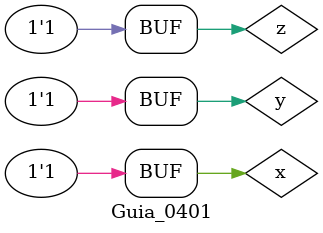
<source format=v>
/*
    -identificação: 

Guia_0401 - 23 / 08 / 2024

Nome: Davi Cândido de Almeida
Matricula: 857859
Código de Pessoa: 1527368

*/


// ---------------------
// -- expression
// ---------------------

module f01_a (output s, input x, y, z);
    assign s = ~x & ~( ~y|z );
endmodule 



module f01_b (output s, input x, y, z);

    assign s = ~( ~x |~y ) & z;

endmodule 


module f01_c (output s, input x, y, z);

    assign s = ~( x & ~y ) & ~z;

endmodule 


module f01_d (output s, input x, y, z);

    assign s = ~( ~x & y ) & z;

endmodule 


module f01_e (output s, input x, y, z);

    assign s = ( ~x | y ) & ~( ~y | z);

endmodule 



// ---------------------
// -- test_module
// ---------------------
module Guia_0401;
    reg x, y, z;
    wire s1, s2, s3, s4, s5;
    // instancias
    f01_a f01_a (s1, x, y, z);
    f01_b f01_b (s2, x, y, z);
    f01_c f01_c (s3, x, y, z);
    f01_d f01_d (s4, x, y, z);
    f01_e f01_e (s5, x, y, z);
    // valores iniciais
    initial begin: start
    x=1'bx; y=1'bx; z=1'bx; // indefinidos
    end
    // parte principal
    initial begin: main
    // identificacao
    $display("Exemplo- Davi Cândido de Almeida - 857859");
    $display("\n Atividade 01)  \n");
    // monitoramento
    $display(" x  y  z =  a) b) c) d) e)");
    $monitor("%2b %2b %2b = %2b %2b %2b %2b %2b ", x, y, z, s1, s2, s3, s4, s5);
    // sinalizacao
    #1 x=0; y=0; z=0;
    #1 x=0; y=0; z=1;
    #1 x=0; y=1; z=0;
    #1 x=0; y=1; z=1;
    #1 x=1; y=0; z=0;
    #1 x=1; y=0; z=1;
    #1 x=1; y=1; z=0;
    #1 x=1; y=1; z=1;
end
endmodule // test_module
/*
    -Saídas de resultados:

Exemplo- Davi Cândido de Almeida - 857859
Atividade 01)

 x  y  z =  a) b) c) d) e)
 x  x  x =  x  x  x  x  x 
 0  0  0 =  0  0  1  0  0 
 0  0  1 =  0  0  0  1  0 
 0  1  0 =  1  0  1  0  1 
 0  1  1 =  0  0  0  0  0 
 1  0  0 =  0  0  0  0  0 
 1  0  1 =  0  0  0  1  0 
 1  1  0 =  0  0  1  0  1 
 1  1  1 =  0  1  0  1  0 
[Done] exit with code=0 in 0.044 seconds


*/

/*
    -Notas:

Para compilar: iverilog -o Guia_0401.vvp Guia_0401.v
Para executar: vvp Guia_0401.vvp
*/




</source>
